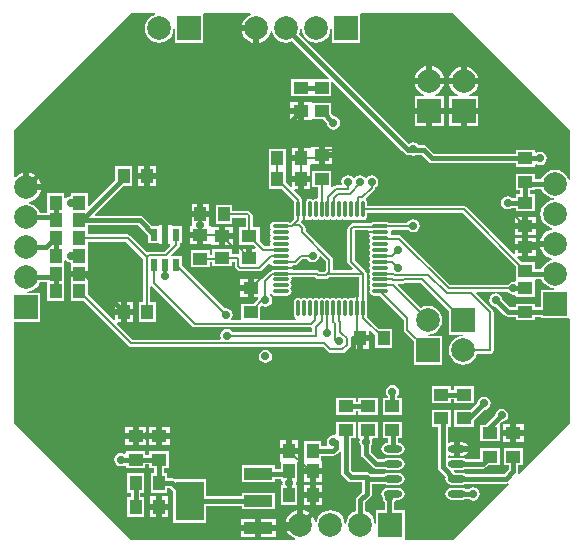
<source format=gtl>
G04 Layer_Physical_Order=1*
G04 Layer_Color=255*
%FSLAX25Y25*%
%MOIN*%
G70*
G01*
G75*
%ADD10R,0.04921X0.03937*%
%ADD11O,0.05512X0.01181*%
%ADD12O,0.01181X0.05512*%
%ADD13R,0.09449X0.12992*%
%ADD14R,0.09449X0.03937*%
%ADD15R,0.05118X0.04134*%
%ADD16R,0.03937X0.04921*%
%ADD17R,0.02362X0.04331*%
G04:AMPARAMS|DCode=18|XSize=61.02mil|YSize=23.62mil|CornerRadius=11.81mil|HoleSize=0mil|Usage=FLASHONLY|Rotation=180.000|XOffset=0mil|YOffset=0mil|HoleType=Round|Shape=RoundedRectangle|*
%AMROUNDEDRECTD18*
21,1,0.06102,0.00000,0,0,180.0*
21,1,0.03740,0.02362,0,0,180.0*
1,1,0.02362,-0.01870,0.00000*
1,1,0.02362,0.01870,0.00000*
1,1,0.02362,0.01870,0.00000*
1,1,0.02362,-0.01870,0.00000*
%
%ADD18ROUNDEDRECTD18*%
%ADD19C,0.00787*%
%ADD20C,0.01575*%
%ADD21C,0.01181*%
%ADD22R,0.07874X0.07874*%
%ADD23C,0.07874*%
%ADD24R,0.07874X0.07874*%
%ADD25C,0.02756*%
G36*
X167999Y92091D02*
Y87783D01*
X167999D01*
Y87414D01*
X167828Y86985D01*
X167613Y86809D01*
X167323Y86866D01*
X166473Y86697D01*
X165753Y86216D01*
X165517Y85863D01*
X146173D01*
X129982Y102054D01*
X129587Y102318D01*
X129121Y102411D01*
X126843D01*
X126535Y102911D01*
X126622Y103347D01*
X126572Y103598D01*
X126966Y104098D01*
X132184D01*
X132288Y103942D01*
X133009Y103460D01*
X133858Y103291D01*
X134708Y103460D01*
X135429Y103942D01*
X135910Y104662D01*
X136079Y105512D01*
X135910Y106362D01*
X135429Y107082D01*
X134708Y107563D01*
X133858Y107732D01*
X133009Y107563D01*
X132288Y107082D01*
X131921Y106532D01*
X125681D01*
X125543Y106625D01*
X125000Y106733D01*
X120669D01*
X120127Y106625D01*
X119712Y106348D01*
X113989D01*
X113523Y106255D01*
X113128Y105991D01*
X112328Y105191D01*
X112065Y104797D01*
X111972Y104331D01*
Y93504D01*
X112065Y93038D01*
X112328Y92643D01*
X113726Y91246D01*
X113534Y90784D01*
X107135D01*
Y94185D01*
X107043Y94651D01*
X106779Y95046D01*
X98055Y103770D01*
Y104657D01*
X97962Y105123D01*
X97698Y105518D01*
X96714Y106502D01*
X96487Y106654D01*
X96597Y106818D01*
X96619Y106929D01*
X96785Y107284D01*
X97189Y107287D01*
X97441Y107237D01*
X98062Y107360D01*
X98588Y107712D01*
X98598Y107728D01*
X98867Y107548D01*
X99410Y107440D01*
X99952Y107548D01*
X100394Y107843D01*
X100835Y107548D01*
X101378Y107440D01*
X101920Y107548D01*
X102362Y107843D01*
X102804Y107548D01*
X103347Y107440D01*
X103889Y107548D01*
X104331Y107843D01*
X104772Y107548D01*
X105315Y107440D01*
X105858Y107548D01*
X106299Y107843D01*
X106741Y107548D01*
X107283Y107440D01*
X107826Y107548D01*
X108268Y107843D01*
X108709Y107548D01*
X109252Y107440D01*
X109794Y107548D01*
X110236Y107843D01*
X110678Y107548D01*
X111221Y107440D01*
X111763Y107548D01*
X112205Y107843D01*
X112646Y107548D01*
X113189Y107440D01*
X113732Y107548D01*
X114173Y107843D01*
X114615Y107548D01*
X115157Y107440D01*
X115700Y107548D01*
X116142Y107843D01*
X116583Y107548D01*
X117126Y107440D01*
X117668Y107548D01*
X118129Y107856D01*
X118436Y108316D01*
X118544Y108858D01*
Y109807D01*
X150283D01*
X167999Y92091D01*
D02*
G37*
G36*
X104701Y93681D02*
Y90674D01*
X104208Y90181D01*
X102785D01*
X102539Y90428D01*
X102144Y90691D01*
X101678Y90784D01*
X93896D01*
X93501Y91284D01*
X93551Y91535D01*
X93501Y91787D01*
X93896Y92287D01*
X94488D01*
X94954Y92379D01*
X95349Y92643D01*
X96961Y94255D01*
X98588D01*
X98823Y93902D01*
X99544Y93421D01*
X100394Y93252D01*
X101243Y93421D01*
X101964Y93902D01*
X102445Y94623D01*
X102546Y95129D01*
X103088Y95293D01*
X104701Y93681D01*
D02*
G37*
G36*
X115909Y82085D02*
X115409Y81690D01*
X115157Y81740D01*
X114537Y81616D01*
X114011Y81265D01*
X114000Y81249D01*
X113732Y81428D01*
X113189Y81536D01*
X112646Y81428D01*
X112205Y81133D01*
X111763Y81428D01*
X111221Y81536D01*
X110678Y81428D01*
X110236Y81133D01*
X109794Y81428D01*
X109252Y81536D01*
X108709Y81428D01*
X108268Y81133D01*
X107826Y81428D01*
X107283Y81536D01*
X106741Y81428D01*
X106299Y81133D01*
X105858Y81428D01*
X105315Y81536D01*
X104772Y81428D01*
X104331Y81133D01*
X103889Y81428D01*
X103347Y81536D01*
X102804Y81428D01*
X102362Y81133D01*
X101920Y81428D01*
X101378Y81536D01*
X100835Y81428D01*
X100394Y81133D01*
X99952Y81428D01*
X99410Y81536D01*
X98867Y81428D01*
X98425Y81133D01*
X97983Y81428D01*
X97441Y81536D01*
X96898Y81428D01*
X96457Y81133D01*
X96015Y81428D01*
X95472Y81536D01*
X94930Y81428D01*
X94470Y81121D01*
X94163Y80661D01*
X94055Y80118D01*
Y75787D01*
X94163Y75245D01*
X94470Y74785D01*
X94819Y74552D01*
X94703Y74052D01*
X82985D01*
Y78311D01*
X83517Y78843D01*
X83796Y78657D01*
X84646Y78488D01*
X85496Y78657D01*
X86216Y79138D01*
X86697Y79859D01*
X86866Y80709D01*
X86697Y81559D01*
X86216Y82279D01*
X86014Y82414D01*
X86037Y82595D01*
X86557Y82718D01*
X86596Y82659D01*
X87056Y82351D01*
X87598Y82244D01*
X91929D01*
X92472Y82351D01*
X92932Y82659D01*
X93239Y83119D01*
X93347Y83661D01*
X93239Y84204D01*
X92944Y84646D01*
X93239Y85087D01*
X93347Y85630D01*
X93239Y86172D01*
X92944Y86614D01*
X93239Y87056D01*
X93347Y87598D01*
X93297Y87850D01*
X93655Y88350D01*
X101174D01*
X101421Y88103D01*
X101815Y87839D01*
X102281Y87747D01*
X104712D01*
X105178Y87839D01*
X105572Y88103D01*
X105819Y88350D01*
X115909D01*
Y82085D01*
D02*
G37*
G36*
X119083Y103527D02*
X119048Y103347D01*
X119171Y102726D01*
X119523Y102200D01*
X119539Y102189D01*
X119359Y101920D01*
X119252Y101378D01*
X119359Y100835D01*
X119655Y100394D01*
X119359Y99952D01*
X119252Y99410D01*
X119359Y98867D01*
X119655Y98425D01*
X119359Y97983D01*
X119252Y97441D01*
X119359Y96898D01*
X119655Y96457D01*
X119359Y96015D01*
X119252Y95472D01*
X119359Y94930D01*
X119655Y94488D01*
X119359Y94046D01*
X119252Y93504D01*
X119359Y92961D01*
X119655Y92520D01*
X119359Y92078D01*
X119252Y91535D01*
X119359Y90993D01*
X119655Y90551D01*
X119359Y90109D01*
X119252Y89567D01*
X119359Y89024D01*
X119655Y88583D01*
X119359Y88141D01*
X119252Y87598D01*
X119359Y87056D01*
X119655Y86614D01*
X119359Y86172D01*
X119252Y85630D01*
X119359Y85087D01*
X119655Y84646D01*
X119359Y84204D01*
X119252Y83661D01*
X119359Y83119D01*
X119667Y82659D01*
X120127Y82351D01*
X120669Y82244D01*
X122531D01*
X130673Y74102D01*
Y70866D01*
X130765Y70400D01*
X131029Y70006D01*
X134043Y66992D01*
Y59239D01*
X143517D01*
Y68713D01*
X138926D01*
X138893Y69213D01*
X140016Y69361D01*
X141168Y69839D01*
X142158Y70598D01*
X142917Y71587D01*
X143395Y72740D01*
X143557Y73976D01*
X143395Y75213D01*
X142917Y76365D01*
X142158Y77355D01*
X141168Y78114D01*
X140016Y78592D01*
X138779Y78754D01*
X137543Y78592D01*
X136391Y78114D01*
X136375Y78102D01*
X128780Y85697D01*
X128971Y86159D01*
X130660D01*
X131125Y86252D01*
X131319Y86381D01*
X136464D01*
X145853Y76992D01*
Y69239D01*
X150445D01*
X150477Y68739D01*
X149354Y68591D01*
X148202Y68114D01*
X147212Y67355D01*
X146453Y66365D01*
X145975Y65213D01*
X145813Y63976D01*
X145975Y62740D01*
X146453Y61587D01*
X147212Y60598D01*
X148202Y59839D01*
X149354Y59361D01*
X150591Y59198D01*
X151827Y59361D01*
X152980Y59839D01*
X153969Y60598D01*
X154728Y61587D01*
X155206Y62740D01*
X155208Y62759D01*
X159449D01*
X159915Y62852D01*
X160309Y63116D01*
X160573Y63511D01*
X160666Y63976D01*
Y76772D01*
X160573Y77237D01*
X160309Y77632D01*
X154975Y82967D01*
X155166Y83429D01*
X165517D01*
X165753Y83075D01*
X166473Y82594D01*
X167323Y82425D01*
X167613Y82483D01*
X167999Y82165D01*
Y81877D01*
X174521D01*
Y87414D01*
X174818Y87791D01*
X176646D01*
X176965Y87020D01*
X177724Y86031D01*
X178713Y85272D01*
X179866Y84794D01*
X180989Y84646D01*
X180956Y84146D01*
X176365D01*
Y78390D01*
X174521D01*
Y79540D01*
X167999D01*
Y78390D01*
X166025D01*
X163621Y80794D01*
X163469Y81559D01*
X162987Y82279D01*
X162267Y82760D01*
X161417Y82929D01*
X160567Y82760D01*
X159847Y82279D01*
X159366Y81559D01*
X159197Y80709D01*
X159366Y79859D01*
X159847Y79138D01*
X160567Y78657D01*
X161332Y78505D01*
X164210Y75627D01*
X164735Y75276D01*
X165354Y75153D01*
X167999D01*
Y74003D01*
X174521D01*
Y75153D01*
X176365D01*
Y74672D01*
X185705D01*
X185839Y74672D01*
X186205Y74348D01*
Y39703D01*
X169276Y22774D01*
X168844Y22996D01*
X168823Y23028D01*
X168941Y23622D01*
Y25775D01*
X170583D01*
Y31312D01*
X164062D01*
Y25775D01*
X165704D01*
Y24293D01*
X164152Y22740D01*
X151439D01*
X151068Y22988D01*
X150295Y23142D01*
X147909D01*
X147411Y23640D01*
X147602Y24102D01*
X150295D01*
X151068Y24256D01*
X151439Y24504D01*
X157028D01*
X157647Y24627D01*
X158172Y24978D01*
X158969Y25775D01*
X162709D01*
Y31312D01*
X156188D01*
Y27741D01*
X151439D01*
X151068Y27988D01*
X150295Y28142D01*
X146555D01*
X145905Y28013D01*
X145472Y28255D01*
X145466Y28750D01*
X145905Y29028D01*
X146555Y28898D01*
X147425D01*
Y31122D01*
Y33346D01*
X146555D01*
X145905Y33217D01*
X145405Y33532D01*
Y38570D01*
X146568D01*
Y44107D01*
X140047D01*
Y38570D01*
X142168D01*
Y24975D01*
X142291Y24356D01*
X142642Y23831D01*
X144671Y21802D01*
X144535Y21122D01*
X144689Y20349D01*
X145127Y19694D01*
X145782Y19256D01*
X146555Y19102D01*
X150295D01*
X151068Y19256D01*
X151439Y19504D01*
X164823D01*
X165417Y19622D01*
X165449Y19600D01*
X165671Y19169D01*
X147305Y803D01*
X131360D01*
X131036Y1168D01*
X131036Y1303D01*
Y10643D01*
X127603D01*
Y13266D01*
X128036Y13914D01*
X128073Y14102D01*
X129035D01*
X129808Y14256D01*
X130464Y14694D01*
X130902Y15349D01*
X131055Y16122D01*
X130902Y16895D01*
X130464Y17550D01*
X129808Y17988D01*
X129035Y18142D01*
X125295D01*
X124522Y17988D01*
X123867Y17550D01*
X123429Y16895D01*
X123275Y16122D01*
X123429Y15349D01*
X123776Y14829D01*
X123763Y14764D01*
X123932Y13914D01*
X124365Y13266D01*
Y10643D01*
X121562D01*
Y6052D01*
X121062Y6019D01*
X120914Y7142D01*
X120437Y8294D01*
X119678Y9284D01*
X118688Y10043D01*
X117918Y10362D01*
Y13267D01*
X119648Y14997D01*
X119999Y15522D01*
X120123Y16142D01*
Y19504D01*
X124152D01*
X124522Y19256D01*
X125295Y19102D01*
X129035D01*
X129808Y19256D01*
X130464Y19694D01*
X130902Y20349D01*
X131055Y21122D01*
X130902Y21895D01*
X130464Y22550D01*
X129808Y22988D01*
X129035Y23142D01*
X125295D01*
X124522Y22988D01*
X124152Y22740D01*
X119687D01*
X119648Y22798D01*
X119123Y23149D01*
X118504Y23272D01*
X113859D01*
X113036Y24096D01*
Y34633D01*
X114678D01*
Y40170D01*
X108157D01*
Y36021D01*
X107657Y35611D01*
X107283Y35685D01*
X106434Y35516D01*
X105713Y35035D01*
X105232Y34314D01*
X105063Y33465D01*
X105229Y32630D01*
X105242Y32541D01*
X104965Y32130D01*
X103162D01*
Y33772D01*
X97625D01*
Y27500D01*
X97425Y27083D01*
X97425Y26834D01*
Y24622D01*
X100394D01*
X103362D01*
Y26834D01*
X103362Y27083D01*
X103162Y27500D01*
Y28893D01*
X107283D01*
X107903Y29017D01*
X108428Y29367D01*
X109299Y30238D01*
X109746Y30095D01*
X109799Y30054D01*
Y23425D01*
X109922Y22806D01*
X110273Y22281D01*
X112045Y20509D01*
X112570Y20158D01*
X113189Y20035D01*
X116885D01*
Y16812D01*
X115155Y15081D01*
X114804Y14556D01*
X114681Y13937D01*
Y10362D01*
X113910Y10043D01*
X112921Y9284D01*
X112161Y8294D01*
X111684Y7142D01*
X111551Y6134D01*
X111047D01*
X110914Y7142D01*
X110437Y8294D01*
X109678Y9284D01*
X108688Y10043D01*
X107536Y10521D01*
X106299Y10683D01*
X105063Y10521D01*
X103910Y10043D01*
X102921Y9284D01*
X102161Y8294D01*
X101684Y7142D01*
X101652Y6900D01*
X101148D01*
X101109Y7194D01*
X100612Y8395D01*
X99820Y9427D01*
X98789Y10218D01*
X97588Y10715D01*
X97299Y10753D01*
Y5906D01*
X96299D01*
Y4905D01*
X91451D01*
X91489Y4617D01*
X91987Y3416D01*
X92778Y2384D01*
X93809Y1593D01*
X94510Y1303D01*
X94411Y803D01*
X39703D01*
X803Y39703D01*
Y73531D01*
X9658D01*
Y83005D01*
X5067D01*
X5034Y83505D01*
X6158Y83653D01*
X7310Y84130D01*
X8300Y84889D01*
X9059Y85879D01*
X9378Y86649D01*
X11995D01*
Y80401D01*
X17532D01*
Y86306D01*
Y92212D01*
Y93874D01*
X18032Y94026D01*
X18115Y93902D01*
X18835Y93421D01*
X19294Y93330D01*
X19669Y93028D01*
Y90567D01*
X22638D01*
X25606D01*
Y93028D01*
X25406D01*
Y98117D01*
Y100161D01*
X38167D01*
X43849Y94478D01*
Y80032D01*
X42507D01*
Y73511D01*
X48044D01*
Y80032D01*
X46283D01*
Y85147D01*
X46783Y85354D01*
X60163Y71974D01*
X60558Y71710D01*
X61024Y71618D01*
X99817D01*
X100161Y71336D01*
Y70115D01*
X73657D01*
X73421Y70468D01*
X72700Y70949D01*
X71850Y71118D01*
X71001Y70949D01*
X70280Y70468D01*
X69799Y69747D01*
X69630Y68898D01*
X69799Y68048D01*
X69841Y67984D01*
X69606Y67543D01*
X40477D01*
X35171Y72849D01*
X35363Y73311D01*
X36402D01*
Y75772D01*
X34433D01*
Y74241D01*
X33971Y74049D01*
X25406Y82614D01*
Y86106D01*
X25606D01*
Y88567D01*
X22638D01*
X19669D01*
Y86106D01*
X19869D01*
Y80401D01*
X24177D01*
X39113Y65465D01*
X39507Y65201D01*
X39973Y65109D01*
X103745D01*
X105357Y63497D01*
X105752Y63233D01*
X106218Y63140D01*
X110317D01*
X110783Y63233D01*
X111178Y63497D01*
X112673Y64992D01*
X112721Y64991D01*
X113173Y64835D01*
Y64453D01*
X115142D01*
Y67913D01*
X116142D01*
Y68913D01*
X119110D01*
Y70444D01*
X119572Y70636D01*
X121247Y68961D01*
Y64653D01*
X126784D01*
Y71174D01*
X122476D01*
X118424Y75227D01*
X118436Y75245D01*
X118544Y75787D01*
Y80118D01*
X118436Y80661D01*
X118343Y80800D01*
Y89567D01*
X118250Y90033D01*
X117987Y90428D01*
X114406Y94008D01*
Y103827D01*
X114493Y103914D01*
X118766D01*
X119083Y103527D01*
D02*
G37*
G36*
X186205Y137463D02*
Y120725D01*
X185717Y120646D01*
X185240Y121798D01*
X184481Y122788D01*
X183491Y123547D01*
X182339Y124024D01*
X181102Y124187D01*
X179866Y124024D01*
X178713Y123547D01*
X177724Y122788D01*
X176965Y121798D01*
X176646Y121028D01*
X174521D01*
Y122847D01*
X167999D01*
Y117310D01*
X169641D01*
Y115957D01*
X167999D01*
Y114807D01*
X166852D01*
X166204Y115241D01*
X165354Y115410D01*
X164505Y115241D01*
X163784Y114759D01*
X163303Y114039D01*
X163134Y113189D01*
X163303Y112339D01*
X163784Y111619D01*
X164505Y111137D01*
X165354Y110968D01*
X166204Y111137D01*
X166852Y111571D01*
X167999D01*
Y110421D01*
X174521D01*
Y115957D01*
X172878D01*
Y117310D01*
X174521D01*
Y117791D01*
X176646D01*
X176965Y117020D01*
X177724Y116031D01*
X178713Y115272D01*
X179866Y114794D01*
X180874Y114662D01*
Y114157D01*
X179866Y114024D01*
X178713Y113547D01*
X177724Y112788D01*
X176965Y111798D01*
X176487Y110646D01*
X176324Y109409D01*
X176487Y108173D01*
X176965Y107020D01*
X177724Y106031D01*
X178713Y105272D01*
X179866Y104794D01*
X180108Y104762D01*
Y104258D01*
X179814Y104219D01*
X178613Y103722D01*
X177581Y102931D01*
X176790Y101899D01*
X176292Y100698D01*
X176254Y100409D01*
X181102D01*
Y98409D01*
X176254D01*
X176292Y98121D01*
X176790Y96920D01*
X177581Y95888D01*
X178613Y95097D01*
X179814Y94599D01*
X180108Y94561D01*
Y94056D01*
X179866Y94024D01*
X178713Y93547D01*
X177724Y92788D01*
X176965Y91798D01*
X176646Y91028D01*
X174521D01*
Y93320D01*
X170213D01*
X168537Y94995D01*
X168729Y95457D01*
X170260D01*
Y97425D01*
X167799D01*
Y96386D01*
X167337Y96195D01*
X151648Y111884D01*
X151253Y112148D01*
X150787Y112241D01*
X118544D01*
Y113189D01*
X118436Y113732D01*
X118129Y114191D01*
X118106Y114417D01*
X120939Y117249D01*
X121203Y117644D01*
X121296Y118110D01*
Y118272D01*
X121649Y118508D01*
X122130Y119229D01*
X122299Y120079D01*
X122130Y120928D01*
X121649Y121649D01*
X120928Y122130D01*
X120079Y122299D01*
X119229Y122130D01*
X118508Y121649D01*
X118360Y121427D01*
X117860D01*
X117712Y121649D01*
X116991Y122130D01*
X116142Y122299D01*
X115292Y122130D01*
X114571Y121649D01*
X114423Y121427D01*
X113923D01*
X113775Y121649D01*
X113055Y122130D01*
X112205Y122299D01*
X111355Y122130D01*
X110635Y121649D01*
X110153Y120929D01*
X109984Y120079D01*
X110110Y119446D01*
X109786Y118946D01*
X108187D01*
X107721Y118854D01*
X107326Y118590D01*
X107107Y118371D01*
X106607Y118578D01*
Y123831D01*
X100086D01*
Y118295D01*
X102129D01*
Y114915D01*
X101629Y114557D01*
X101378Y114607D01*
X100835Y114499D01*
X100394Y114204D01*
X99952Y114499D01*
X99410Y114607D01*
X98867Y114499D01*
X98598Y114320D01*
X98588Y114336D01*
X98441Y114434D01*
Y114215D01*
X98407Y114192D01*
X98099Y113732D01*
X97991Y113189D01*
Y111024D01*
X96890D01*
Y113189D01*
X96782Y113732D01*
X96690Y113871D01*
Y114173D01*
X96597Y114639D01*
X96597Y114639D01*
X96333Y115034D01*
X94226Y117140D01*
X94418Y117602D01*
X95457D01*
Y120063D01*
X93488D01*
Y118532D01*
X93026Y118341D01*
X91351Y120016D01*
Y124324D01*
X91351D01*
Y124692D01*
X91351D01*
Y131213D01*
X85814D01*
Y124692D01*
X85814D01*
Y124324D01*
X85814D01*
Y117802D01*
X90122D01*
X94175Y113750D01*
X94163Y113732D01*
X94055Y113189D01*
Y108858D01*
X94163Y108316D01*
X94255Y108177D01*
Y107788D01*
X93000Y106532D01*
X92611D01*
X92472Y106625D01*
X91929Y106733D01*
X87598D01*
X87056Y106625D01*
X86596Y106317D01*
X86289Y105858D01*
X86181Y105315D01*
X86289Y104772D01*
X86584Y104331D01*
X86289Y103889D01*
X86181Y103347D01*
X86289Y102804D01*
X86584Y102362D01*
X86289Y101920D01*
X86181Y101378D01*
X86289Y100835D01*
X86584Y100394D01*
X86289Y99952D01*
X86181Y99410D01*
X86231Y99158D01*
X85873Y98658D01*
X84461D01*
X82690Y100429D01*
Y104934D01*
X80548D01*
Y108661D01*
X80455Y109127D01*
X80191Y109522D01*
X79601Y110113D01*
X79206Y110376D01*
X78740Y110469D01*
X73635D01*
Y112513D01*
X68098D01*
Y105991D01*
X73635D01*
Y108035D01*
X78114D01*
Y104934D01*
X75972D01*
Y99200D01*
X80476D01*
X81364Y98312D01*
X81173Y97850D01*
X80331D01*
Y94784D01*
X78331D01*
Y97850D01*
X75772D01*
Y96258D01*
X75458Y96001D01*
X73635D01*
Y97650D01*
X66917D01*
Y95705D01*
X66253D01*
Y97257D01*
X59732D01*
Y91720D01*
X66253D01*
Y93271D01*
X66917D01*
Y91917D01*
X73635D01*
Y93566D01*
X74361D01*
Y92222D01*
X74454Y91756D01*
X74717Y91361D01*
X75417Y90662D01*
X75811Y90398D01*
X76277Y90306D01*
X82589D01*
X83055Y90398D01*
X83450Y90662D01*
X85566Y92778D01*
X86148Y92654D01*
X86194Y92535D01*
X86573D01*
X86596Y92501D01*
X87056Y92194D01*
X87598Y92086D01*
X89764D01*
Y90985D01*
X87598D01*
X87056Y90877D01*
X86596Y90570D01*
X86579Y90544D01*
X86535Y90535D01*
X86354D01*
X86379Y90497D01*
X85999Y90243D01*
X83785Y88030D01*
X83627Y87793D01*
X83185Y87614D01*
X83185Y87614D01*
X83185Y87614D01*
X80724D01*
Y84646D01*
Y81677D01*
X82118D01*
X82213Y81596D01*
X82291Y81059D01*
X80772Y79540D01*
X76464D01*
Y74052D01*
X73518D01*
X73251Y74552D01*
X73508Y74938D01*
X73677Y75787D01*
X73508Y76637D01*
X73027Y77358D01*
X72307Y77839D01*
X71457Y78008D01*
X71040Y77925D01*
X56902Y92063D01*
Y95288D01*
X53371D01*
X53180Y95750D01*
X55782Y98352D01*
X56046Y98747D01*
X56138Y99213D01*
Y99594D01*
X56902D01*
Y105524D01*
X53362D01*
Y105724D01*
X52181D01*
Y102559D01*
Y99394D01*
X52674D01*
X52881Y98894D01*
X50886Y96899D01*
X45765D01*
X45300Y96806D01*
X45098Y96672D01*
X39531Y102239D01*
X39137Y102502D01*
X38671Y102595D01*
X25406D01*
Y105665D01*
X42046D01*
X45460Y102251D01*
Y99594D01*
X49000D01*
Y99394D01*
X50181D01*
Y102559D01*
Y105724D01*
X49000D01*
Y105524D01*
X46764D01*
X43861Y108428D01*
X43336Y108779D01*
X42717Y108902D01*
X27967D01*
X27776Y109364D01*
X37198Y118787D01*
X40170D01*
Y125308D01*
X34633D01*
Y120799D01*
X25868Y112034D01*
X25406Y112226D01*
Y116450D01*
X19869D01*
Y115561D01*
X19685Y115410D01*
X18835Y115241D01*
X18115Y114759D01*
X18032Y114636D01*
X17532Y114787D01*
Y116450D01*
X11995D01*
Y109886D01*
X9378D01*
X9059Y110657D01*
X8300Y111646D01*
X7310Y112406D01*
X6158Y112883D01*
X5916Y112915D01*
Y113419D01*
X6210Y113458D01*
X7411Y113955D01*
X8442Y114747D01*
X9234Y115778D01*
X9731Y116979D01*
X9769Y117268D01*
X4921D01*
Y118268D01*
X3921D01*
Y123116D01*
X3632Y123078D01*
X2431Y122580D01*
X1400Y121789D01*
X1276Y121627D01*
X803Y121788D01*
Y137463D01*
X39703Y176363D01*
X47897D01*
X47976Y175875D01*
X46824Y175398D01*
X45834Y174638D01*
X45075Y173649D01*
X44598Y172496D01*
X44435Y171260D01*
X44598Y170023D01*
X45075Y168871D01*
X45834Y167881D01*
X46824Y167122D01*
X47976Y166645D01*
X49213Y166482D01*
X50449Y166645D01*
X51601Y167122D01*
X52591Y167881D01*
X53350Y168871D01*
X53828Y170023D01*
X53976Y171147D01*
X54476Y171114D01*
Y166523D01*
X63950D01*
Y175863D01*
X63950Y175997D01*
X64274Y176363D01*
X79647D01*
X79746Y175863D01*
X79046Y175572D01*
X78014Y174781D01*
X77223Y173750D01*
X76726Y172549D01*
X76688Y172260D01*
X81535D01*
Y171260D01*
X82535D01*
Y166412D01*
X82824Y166450D01*
X84025Y166947D01*
X85057Y167739D01*
X85848Y168770D01*
X86345Y169971D01*
X86384Y170265D01*
X86888D01*
X86920Y170023D01*
X87398Y168871D01*
X88157Y167881D01*
X89147Y167122D01*
X90299Y166645D01*
X91535Y166482D01*
X92772Y166645D01*
X93542Y166964D01*
X105701Y154805D01*
X105510Y154343D01*
X100086D01*
Y154343D01*
X99717D01*
Y154343D01*
X93196D01*
Y148806D01*
X99717D01*
Y148806D01*
X100086D01*
Y148806D01*
X106607D01*
Y153246D01*
X107069Y153437D01*
X130942Y129564D01*
X131467Y129213D01*
X132087Y129090D01*
X132949D01*
X133009Y129051D01*
X133858Y128882D01*
X134708Y129051D01*
X134767Y129090D01*
X136731D01*
X139013Y126808D01*
X139538Y126458D01*
X140157Y126334D01*
X167999D01*
Y125184D01*
X174521D01*
Y125842D01*
X175021Y126109D01*
X175331Y125901D01*
X176181Y125732D01*
X177031Y125901D01*
X177751Y126383D01*
X178233Y127103D01*
X178402Y127953D01*
X178233Y128803D01*
X177751Y129523D01*
X177031Y130004D01*
X176181Y130173D01*
X175331Y130004D01*
X175021Y129797D01*
X174521Y130064D01*
Y130721D01*
X167999D01*
Y129571D01*
X140828D01*
X138546Y131853D01*
X138021Y132204D01*
X137402Y132327D01*
X135659D01*
X135429Y132673D01*
X134708Y133154D01*
X133858Y133323D01*
X133009Y133154D01*
X132362Y132722D01*
X95831Y169253D01*
X96150Y170023D01*
X96283Y171032D01*
X96788D01*
X96920Y170023D01*
X97398Y168871D01*
X98157Y167881D01*
X99146Y167122D01*
X100299Y166645D01*
X101535Y166482D01*
X102772Y166645D01*
X103924Y167122D01*
X104914Y167881D01*
X105673Y168871D01*
X106150Y170023D01*
X106298Y171147D01*
X106798Y171114D01*
Y166523D01*
X116272D01*
Y175863D01*
X116272Y175997D01*
X116597Y176363D01*
X147305D01*
X186205Y137463D01*
D02*
G37*
%LPC*%
G36*
X44799Y38402D02*
X42339D01*
Y36433D01*
X44799D01*
Y38402D01*
D02*
G37*
G36*
X166323Y35417D02*
X163862D01*
Y33449D01*
X166323D01*
Y35417D01*
D02*
G37*
G36*
X40339Y38402D02*
X37878D01*
Y36433D01*
X40339D01*
Y38402D01*
D02*
G37*
G36*
X170783Y35417D02*
X168323D01*
Y33449D01*
X170783D01*
Y35417D01*
D02*
G37*
G36*
X40339Y34433D02*
X37878D01*
Y32465D01*
X40339D01*
Y34433D01*
D02*
G37*
G36*
X150295Y33346D02*
X149425D01*
Y32122D01*
X152250D01*
X151868Y32695D01*
X151146Y33177D01*
X150295Y33346D01*
D02*
G37*
G36*
X44799Y34433D02*
X42339D01*
Y32465D01*
X44799D01*
Y34433D01*
D02*
G37*
G36*
X52673D02*
X50213D01*
Y32465D01*
X52673D01*
Y34433D01*
D02*
G37*
G36*
X48213D02*
X45752D01*
Y32465D01*
X48213D01*
Y34433D01*
D02*
G37*
G36*
X126969Y52417D02*
X126119Y52248D01*
X125398Y51767D01*
X124917Y51047D01*
X124748Y50197D01*
X124917Y49347D01*
X125350Y48699D01*
Y48044D01*
X123708D01*
Y42507D01*
X130229D01*
Y48044D01*
X128587D01*
Y48699D01*
X129020Y49347D01*
X129189Y50197D01*
X129020Y51047D01*
X128539Y51767D01*
X127818Y52248D01*
X126969Y52417D01*
D02*
G37*
G36*
X163386Y44543D02*
X162536Y44374D01*
X161816Y43893D01*
X161334Y43173D01*
X161182Y42408D01*
X158304Y39530D01*
X158074Y39186D01*
X156188D01*
Y33649D01*
X162709D01*
Y39186D01*
X162709Y39186D01*
X162709D01*
X162939Y39587D01*
X163471Y40119D01*
X164236Y40271D01*
X164956Y40753D01*
X165437Y41473D01*
X165606Y42323D01*
X165437Y43173D01*
X164956Y43893D01*
X164236Y44374D01*
X163386Y44543D01*
D02*
G37*
G36*
X122158Y48044D02*
X115637D01*
Y46894D01*
X114678D01*
Y48044D01*
X108157D01*
Y42507D01*
X114678D01*
Y43657D01*
X115637D01*
Y42507D01*
X122158D01*
Y48044D01*
D02*
G37*
G36*
X84646Y64228D02*
X83796Y64060D01*
X83075Y63578D01*
X82594Y62858D01*
X82425Y62008D01*
X82594Y61158D01*
X83075Y60438D01*
X83796Y59956D01*
X84646Y59787D01*
X85496Y59956D01*
X86216Y60438D01*
X86697Y61158D01*
X86866Y62008D01*
X86697Y62858D01*
X86216Y63578D01*
X85496Y64060D01*
X84646Y64228D01*
D02*
G37*
G36*
X154048Y51981D02*
X147527D01*
Y50831D01*
X146568D01*
Y51981D01*
X140047D01*
Y46444D01*
X146568D01*
Y47594D01*
X147527D01*
Y46444D01*
X154048D01*
Y51981D01*
D02*
G37*
G36*
X52673Y38402D02*
X50213D01*
Y36433D01*
X52673D01*
Y38402D01*
D02*
G37*
G36*
X48213D02*
X45752D01*
Y36433D01*
X48213D01*
Y38402D01*
D02*
G37*
G36*
X166323Y39386D02*
X163862D01*
Y37417D01*
X166323D01*
Y39386D01*
D02*
G37*
G36*
X157480Y48480D02*
X156631Y48311D01*
X155910Y47830D01*
X155429Y47110D01*
X155277Y46345D01*
X153039Y44107D01*
X147527D01*
Y38570D01*
X154048D01*
Y40539D01*
X157565Y44056D01*
X158330Y44208D01*
X159051Y44690D01*
X159532Y45410D01*
X159701Y46260D01*
X159532Y47110D01*
X159051Y47830D01*
X158330Y48311D01*
X157480Y48480D01*
D02*
G37*
G36*
X170783Y39386D02*
X168323D01*
Y37417D01*
X170783D01*
Y39386D01*
D02*
G37*
G36*
X95488Y33972D02*
X93520D01*
Y31512D01*
X95488D01*
Y33972D01*
D02*
G37*
G36*
X44107Y22946D02*
X38570D01*
Y16424D01*
X39720D01*
Y15072D01*
X38570D01*
Y8550D01*
X44107D01*
Y15072D01*
X42957D01*
Y16424D01*
X44107D01*
Y22946D01*
D02*
G37*
G36*
X52181Y10811D02*
X50213D01*
Y8350D01*
X52181D01*
Y10811D01*
D02*
G37*
G36*
X99394Y14748D02*
X97425D01*
Y12287D01*
X99394D01*
Y14748D01*
D02*
G37*
G36*
X48213Y15272D02*
X46244D01*
Y12811D01*
X48213D01*
Y15272D01*
D02*
G37*
G36*
X103362Y14748D02*
X101394D01*
Y12287D01*
X103362D01*
Y14748D01*
D02*
G37*
G36*
X48213Y10811D02*
X46244D01*
Y8350D01*
X48213D01*
Y10811D01*
D02*
G37*
G36*
X88008Y3724D02*
X83284D01*
Y1756D01*
X88008D01*
Y3724D01*
D02*
G37*
G36*
X81283D02*
X76559D01*
Y1756D01*
X81283D01*
Y3724D01*
D02*
G37*
G36*
Y7693D02*
X76559D01*
Y5724D01*
X81283D01*
Y7693D01*
D02*
G37*
G36*
X95299Y10753D02*
X95010Y10715D01*
X93809Y10218D01*
X92778Y9427D01*
X91987Y8395D01*
X91489Y7194D01*
X91451Y6905D01*
X95299D01*
Y10753D01*
D02*
G37*
G36*
X88008Y7693D02*
X83284D01*
Y5724D01*
X88008D01*
Y7693D01*
D02*
G37*
G36*
X52181Y15272D02*
X50213D01*
Y12811D01*
X52181D01*
Y15272D01*
D02*
G37*
G36*
X152250Y30122D02*
X149425D01*
Y28898D01*
X150295D01*
X151146Y29068D01*
X151868Y29550D01*
X152250Y30122D01*
D02*
G37*
G36*
X95488Y29512D02*
X92520D01*
X89551D01*
Y27300D01*
X89551Y27051D01*
X89751Y26634D01*
Y24453D01*
X87808D01*
Y25603D01*
X76759D01*
Y20066D01*
X87808D01*
Y21216D01*
X89751D01*
Y20361D01*
X90039D01*
X90357Y19975D01*
X90299Y19685D01*
X90357Y19395D01*
X90039Y19009D01*
X89751D01*
Y12487D01*
X95288D01*
Y19009D01*
X95000D01*
X94683Y19395D01*
X94740Y19685D01*
X94683Y19975D01*
X95000Y20361D01*
X95288D01*
Y26634D01*
X95488Y27051D01*
X95488Y27300D01*
Y29512D01*
D02*
G37*
G36*
X130229Y40170D02*
X123708D01*
Y34633D01*
X125547D01*
Y33142D01*
X125295D01*
X124522Y32988D01*
X123867Y32550D01*
X123429Y31895D01*
X123275Y31122D01*
X123429Y30349D01*
X123867Y29694D01*
X124522Y29256D01*
X125295Y29102D01*
X129035D01*
X129808Y29256D01*
X130464Y29694D01*
X130902Y30349D01*
X131055Y31122D01*
X130902Y31895D01*
X130464Y32550D01*
X129808Y32988D01*
X129035Y33142D01*
X128784D01*
Y34633D01*
X130229D01*
Y40170D01*
D02*
G37*
G36*
X91520Y33972D02*
X89551D01*
Y31512D01*
X91520D01*
Y33972D01*
D02*
G37*
G36*
X52473Y30328D02*
X45952D01*
Y29178D01*
X44599D01*
Y30328D01*
X38078D01*
Y29670D01*
X37578Y29403D01*
X37267Y29611D01*
X36417Y29780D01*
X35568Y29611D01*
X34847Y29129D01*
X34366Y28409D01*
X34197Y27559D01*
X34366Y26709D01*
X34847Y25989D01*
X35568Y25508D01*
X36417Y25338D01*
X37267Y25508D01*
X37578Y25715D01*
X38078Y25448D01*
Y24791D01*
X44599D01*
Y25941D01*
X45952D01*
Y24791D01*
X47594D01*
Y22946D01*
X46444D01*
Y16424D01*
X51981D01*
Y18067D01*
X52873D01*
X53924Y17015D01*
Y6483D01*
X64973D01*
Y12161D01*
X76759D01*
Y11011D01*
X87808D01*
Y16548D01*
X76759D01*
Y15398D01*
X64973D01*
Y21076D01*
X54319D01*
X54163Y21180D01*
X53543Y21304D01*
X51981D01*
Y22946D01*
X50831D01*
Y24791D01*
X52473D01*
Y30328D01*
D02*
G37*
G36*
X122158Y40170D02*
X115637D01*
Y34633D01*
X115716D01*
X116023Y34133D01*
X115890Y33465D01*
X116059Y32615D01*
X116492Y31967D01*
Y29528D01*
X116615Y28908D01*
X116966Y28383D01*
X120371Y24978D01*
X120896Y24627D01*
X121516Y24504D01*
X124152D01*
X124522Y24256D01*
X125295Y24102D01*
X129035D01*
X129808Y24256D01*
X130464Y24694D01*
X130902Y25349D01*
X131055Y26122D01*
X130902Y26895D01*
X130464Y27550D01*
X129808Y27988D01*
X129035Y28142D01*
X125295D01*
X124522Y27988D01*
X124152Y27741D01*
X122186D01*
X119729Y30198D01*
Y31967D01*
X120162Y32615D01*
X120331Y33465D01*
X120198Y34133D01*
X120504Y34633D01*
X122158D01*
Y40170D01*
D02*
G37*
G36*
X103362Y19209D02*
X101394D01*
Y16748D01*
X103362D01*
Y19209D01*
D02*
G37*
G36*
X99394D02*
X97425D01*
Y16748D01*
X99394D01*
Y19209D01*
D02*
G37*
G36*
X153917Y18343D02*
X153068Y18174D01*
X152419Y17740D01*
X151439D01*
X151068Y17988D01*
X150295Y18142D01*
X146555D01*
X145782Y17988D01*
X145127Y17550D01*
X144689Y16895D01*
X144535Y16122D01*
X144689Y15349D01*
X145127Y14694D01*
X145782Y14256D01*
X146555Y14102D01*
X150295D01*
X151068Y14256D01*
X151439Y14504D01*
X152419D01*
X153068Y14071D01*
X153917Y13901D01*
X154767Y14071D01*
X155488Y14552D01*
X155969Y15272D01*
X156138Y16122D01*
X155969Y16972D01*
X155488Y17692D01*
X154767Y18174D01*
X153917Y18343D01*
D02*
G37*
G36*
X103362Y22622D02*
X101394D01*
Y20161D01*
X103362D01*
Y22622D01*
D02*
G37*
G36*
X99394D02*
X97425D01*
Y20161D01*
X99394D01*
Y22622D01*
D02*
G37*
G36*
X40370Y75772D02*
X38402D01*
Y73311D01*
X40370D01*
Y75772D01*
D02*
G37*
G36*
X119110Y66913D02*
X117142D01*
Y64453D01*
X119110D01*
Y66913D01*
D02*
G37*
G36*
X36402Y80232D02*
X34433D01*
Y77772D01*
X36402D01*
Y80232D01*
D02*
G37*
G36*
X40370D02*
X38402D01*
Y77772D01*
X40370D01*
Y80232D01*
D02*
G37*
G36*
X106807Y131905D02*
X104346D01*
Y129937D01*
X106807D01*
Y131905D01*
D02*
G37*
G36*
X95457Y131413D02*
X93488D01*
Y128953D01*
X95457D01*
Y131413D01*
D02*
G37*
G36*
X99917Y146669D02*
X99669Y146669D01*
X97457D01*
Y143701D01*
Y140732D01*
X99669D01*
X99917Y140732D01*
X100335Y140932D01*
X103826D01*
X105080Y139679D01*
X105232Y138914D01*
X105713Y138194D01*
X106434Y137712D01*
X107283Y137543D01*
X108133Y137712D01*
X108854Y138194D01*
X109335Y138914D01*
X109504Y139764D01*
X109335Y140614D01*
X108854Y141334D01*
X108133Y141815D01*
X107369Y141967D01*
X106607Y142729D01*
Y146469D01*
X100335D01*
X99917Y146669D01*
D02*
G37*
G36*
X155626Y142642D02*
X151689D01*
Y138705D01*
X155626D01*
Y142642D01*
D02*
G37*
G36*
X149689D02*
X145752D01*
Y138705D01*
X149689D01*
Y142642D01*
D02*
G37*
G36*
X102346Y131905D02*
X99886D01*
Y131508D01*
X99425Y131413D01*
X99386Y131413D01*
X97457D01*
Y127953D01*
X96457D01*
Y126953D01*
X93488D01*
Y124492D01*
Y122063D01*
X96457D01*
X99425D01*
Y124492D01*
Y125873D01*
X99886Y125969D01*
X99925Y125969D01*
X102346D01*
Y128937D01*
Y131905D01*
D02*
G37*
G36*
X5921Y123116D02*
Y119268D01*
X9769D01*
X9731Y119556D01*
X9234Y120757D01*
X8442Y121789D01*
X7411Y122580D01*
X6210Y123078D01*
X5921Y123116D01*
D02*
G37*
G36*
X44276Y125508D02*
X42307D01*
Y123047D01*
X44276D01*
Y125508D01*
D02*
G37*
G36*
X106807Y127937D02*
X104346D01*
Y125969D01*
X106807D01*
Y127937D01*
D02*
G37*
G36*
X48244Y125508D02*
X46276D01*
Y123047D01*
X48244D01*
Y125508D01*
D02*
G37*
G36*
X138272Y142799D02*
X134335D01*
Y138862D01*
X138272D01*
Y142799D01*
D02*
G37*
G36*
X151689Y158490D02*
Y154642D01*
X155537D01*
X155499Y154930D01*
X155001Y156131D01*
X154210Y157163D01*
X153179Y157954D01*
X151978Y158452D01*
X151689Y158490D01*
D02*
G37*
G36*
X149689Y158490D02*
X149400Y158452D01*
X148199Y157954D01*
X147168Y157163D01*
X146377Y156131D01*
X145879Y154930D01*
X145841Y154642D01*
X149689D01*
Y158490D01*
D02*
G37*
G36*
X138272Y158647D02*
X137983Y158609D01*
X136782Y158112D01*
X135750Y157320D01*
X134959Y156289D01*
X134462Y155088D01*
X134424Y154799D01*
X138272D01*
Y158647D01*
D02*
G37*
G36*
X80535Y170260D02*
X76688D01*
X76726Y169971D01*
X77223Y168770D01*
X78014Y167739D01*
X79046Y166947D01*
X80247Y166450D01*
X80535Y166412D01*
Y170260D01*
D02*
G37*
G36*
X140272Y158647D02*
Y154799D01*
X144120D01*
X144082Y155088D01*
X143584Y156289D01*
X142793Y157320D01*
X141762Y158112D01*
X140560Y158609D01*
X140272Y158647D01*
D02*
G37*
G36*
X95457Y142701D02*
X92996D01*
Y140732D01*
X95457D01*
Y142701D01*
D02*
G37*
G36*
X144209Y142799D02*
X140272D01*
Y138862D01*
X144209D01*
Y142799D01*
D02*
G37*
G36*
X150689Y153642D02*
D01*
Y152642D01*
X145841D01*
X145879Y152353D01*
X146377Y151152D01*
X147168Y150121D01*
X148199Y149329D01*
X148804Y149079D01*
X148705Y148579D01*
X145752D01*
Y144642D01*
X150689D01*
X155626D01*
Y148579D01*
X152673D01*
X152574Y149079D01*
X153179Y149329D01*
X154210Y150121D01*
X155001Y151152D01*
X155499Y152353D01*
X155537Y152642D01*
X150689D01*
Y153642D01*
D02*
G37*
G36*
X144120Y152799D02*
X139272D01*
X134424D01*
X134462Y152510D01*
X134959Y151309D01*
X135750Y150278D01*
X136782Y149487D01*
X137387Y149236D01*
X137287Y148736D01*
X134335D01*
Y144799D01*
X139272D01*
X144209D01*
Y148736D01*
X141256D01*
X141157Y149236D01*
X141762Y149487D01*
X142793Y150278D01*
X143584Y151309D01*
X144082Y152510D01*
X144120Y152799D01*
D02*
G37*
G36*
X95457Y146669D02*
X92996D01*
Y144701D01*
X95457D01*
Y146669D01*
D02*
G37*
G36*
X48244Y121047D02*
X46276D01*
Y118587D01*
X48244D01*
Y121047D01*
D02*
G37*
G36*
X174721Y97425D02*
X172260D01*
Y95457D01*
X174721D01*
Y97425D01*
D02*
G37*
G36*
X78724Y87614D02*
X76264D01*
Y85646D01*
X78724D01*
Y87614D01*
D02*
G37*
G36*
X65961Y108252D02*
X62992D01*
X60024D01*
Y105831D01*
X60024Y105791D01*
X59929Y105331D01*
X59531D01*
Y103362D01*
X62992D01*
Y102362D01*
X63992D01*
Y99394D01*
X66216D01*
X66453Y99394D01*
X66716Y99003D01*
Y99000D01*
X69276D01*
Y102067D01*
Y105134D01*
X66871Y105134D01*
X66453Y105331D01*
X66298Y105331D01*
X66056D01*
X65961Y105791D01*
X65961Y105831D01*
Y108252D01*
D02*
G37*
G36*
X61992Y101362D02*
X59531D01*
Y99394D01*
X61992D01*
Y101362D01*
D02*
G37*
G36*
X73835Y101067D02*
X71276D01*
Y99000D01*
X73835D01*
Y101067D01*
D02*
G37*
G36*
X78724Y83646D02*
X76264D01*
Y81677D01*
X78724D01*
Y83646D01*
D02*
G37*
G36*
X170260Y101394D02*
X167799D01*
Y99425D01*
X170260D01*
Y101394D01*
D02*
G37*
G36*
X61992Y112713D02*
X60024D01*
Y110252D01*
X61992D01*
Y112713D01*
D02*
G37*
G36*
X174721Y108283D02*
X172260D01*
Y106315D01*
X174721D01*
Y108283D01*
D02*
G37*
G36*
X65961Y112713D02*
X63992D01*
Y110252D01*
X65961D01*
Y112713D01*
D02*
G37*
G36*
X44276Y121047D02*
X42307D01*
Y118587D01*
X44276D01*
Y121047D01*
D02*
G37*
G36*
X99425Y120063D02*
X97457D01*
Y117602D01*
X99425D01*
Y120063D01*
D02*
G37*
G36*
X170260Y104315D02*
X167799D01*
Y102347D01*
X170260D01*
Y104315D01*
D02*
G37*
G36*
X174721Y101394D02*
X172260D01*
Y99425D01*
X174721D01*
Y101394D01*
D02*
G37*
G36*
Y104315D02*
X172260D01*
Y102347D01*
X174721D01*
Y104315D01*
D02*
G37*
G36*
X170260Y108283D02*
X167799D01*
Y106315D01*
X170260D01*
Y108283D01*
D02*
G37*
G36*
X71276Y105134D02*
Y103067D01*
X73835D01*
Y105134D01*
X71276D01*
D02*
G37*
%LPD*%
D10*
X150787Y49213D02*
D03*
Y41339D02*
D03*
X143307D02*
D03*
Y49213D02*
D03*
X103347Y143701D02*
D03*
Y151575D02*
D03*
X96457D02*
D03*
Y143701D02*
D03*
X62992Y102362D02*
D03*
Y94488D02*
D03*
X79724Y84646D02*
D03*
Y76772D02*
D03*
X103347Y128937D02*
D03*
Y121063D02*
D03*
X49213Y35433D02*
D03*
Y27559D02*
D03*
X41339Y35433D02*
D03*
Y27559D02*
D03*
X159449Y28543D02*
D03*
Y36417D02*
D03*
X111417Y45276D02*
D03*
Y37402D02*
D03*
X118898D02*
D03*
Y45276D02*
D03*
X126969Y37402D02*
D03*
Y45276D02*
D03*
X167323Y28543D02*
D03*
Y36417D02*
D03*
X171260Y76772D02*
D03*
Y84646D02*
D03*
Y98425D02*
D03*
Y90551D02*
D03*
Y127953D02*
D03*
Y120079D02*
D03*
Y105315D02*
D03*
Y113189D02*
D03*
D11*
X89764Y105315D02*
D03*
Y103347D02*
D03*
Y101378D02*
D03*
Y99410D02*
D03*
Y97441D02*
D03*
Y95472D02*
D03*
Y93504D02*
D03*
Y91535D02*
D03*
Y89567D02*
D03*
Y87598D02*
D03*
Y85630D02*
D03*
Y83661D02*
D03*
X122835D02*
D03*
Y85630D02*
D03*
Y87598D02*
D03*
Y89567D02*
D03*
Y91535D02*
D03*
Y93504D02*
D03*
Y95472D02*
D03*
Y97441D02*
D03*
Y99410D02*
D03*
Y101378D02*
D03*
Y103347D02*
D03*
Y105315D02*
D03*
D12*
X95472Y77953D02*
D03*
X97441D02*
D03*
X99410D02*
D03*
X101378D02*
D03*
X103347D02*
D03*
X105315D02*
D03*
X107283D02*
D03*
X109252D02*
D03*
X111221D02*
D03*
X113189D02*
D03*
X115157D02*
D03*
X117126D02*
D03*
Y111024D02*
D03*
X115157D02*
D03*
X113189D02*
D03*
X111221D02*
D03*
X109252D02*
D03*
X107283D02*
D03*
X105315D02*
D03*
X103347D02*
D03*
X101378D02*
D03*
X99410D02*
D03*
X97441D02*
D03*
X95472D02*
D03*
D13*
X59449Y13780D02*
D03*
D14*
X82284Y22835D02*
D03*
Y13780D02*
D03*
Y4724D02*
D03*
D15*
X70276Y94784D02*
D03*
Y102067D02*
D03*
X79331D02*
D03*
Y94784D02*
D03*
D16*
X70866Y109252D02*
D03*
X62992D02*
D03*
X22638Y107283D02*
D03*
X14764D02*
D03*
Y83661D02*
D03*
X22638D02*
D03*
Y89567D02*
D03*
X14764D02*
D03*
X22638Y95472D02*
D03*
X14764D02*
D03*
X22638Y101378D02*
D03*
X14764D02*
D03*
Y113189D02*
D03*
X22638D02*
D03*
X45276Y122047D02*
D03*
X37402D02*
D03*
Y76772D02*
D03*
X45276D02*
D03*
X116142Y67913D02*
D03*
X124016D02*
D03*
X96457Y121063D02*
D03*
X88583D02*
D03*
X96457Y127953D02*
D03*
X88583D02*
D03*
X92520Y30512D02*
D03*
X100394D02*
D03*
Y23622D02*
D03*
X92520D02*
D03*
X100394Y15748D02*
D03*
X92520D02*
D03*
X49213Y19685D02*
D03*
X41339D02*
D03*
Y11811D02*
D03*
X49213D02*
D03*
D17*
X54921Y102559D02*
D03*
X51181D02*
D03*
X47441D02*
D03*
Y92323D02*
D03*
X51181D02*
D03*
X54921D02*
D03*
D18*
X148425Y16122D02*
D03*
Y21122D02*
D03*
Y26122D02*
D03*
Y31122D02*
D03*
X127165D02*
D03*
Y26122D02*
D03*
Y21122D02*
D03*
Y16122D02*
D03*
D19*
X155170Y119737D02*
X164289Y110617D01*
X148935Y125972D02*
X155170Y119737D01*
Y124358D01*
X75394Y98721D02*
X79331Y94784D01*
X73622Y98721D02*
X75394D01*
X70276Y102067D02*
X73622Y98721D01*
X69980Y102362D02*
X70276Y102067D01*
X62992Y102362D02*
X69980D01*
X133661Y105315D02*
X133858Y105512D01*
X122835Y105315D02*
X133661D01*
X123879Y136115D02*
X134022Y125972D01*
X118938Y136115D02*
X123879D01*
X134022Y125972D02*
X148935D01*
X116942Y114973D02*
X120079Y118110D01*
Y120079D01*
X115550Y114973D02*
X116942D01*
X115342Y114765D02*
X115550Y114973D01*
X115342Y111208D02*
Y114765D01*
X115157Y111024D02*
X115342Y111208D01*
X150591Y63976D02*
X159449D01*
Y76772D01*
X153162Y83058D02*
X159449Y76772D01*
X145012Y83058D02*
X153162D01*
X138884Y89186D02*
X145012Y83058D01*
X130224Y89186D02*
X138884D01*
X130002Y88964D02*
X130224Y89186D01*
X127872Y88964D02*
X130002D01*
X127269Y89567D02*
X127872Y88964D01*
X122835Y89567D02*
X127269D01*
X130882Y87598D02*
X136969D01*
X130660Y87376D02*
X130882Y87598D01*
X127214Y87376D02*
X130660D01*
X126992Y87598D02*
X127214Y87376D01*
X122835Y87598D02*
X126992D01*
X145669Y84646D02*
X167323D01*
X136969Y87598D02*
X150591Y73976D01*
X127126Y85630D02*
X138779Y73976D01*
X122835Y85630D02*
X127126D01*
X131890Y70866D02*
X138779Y63976D01*
X131890Y70866D02*
Y74606D01*
X122835Y83661D02*
X131890Y74606D01*
X107468Y114765D02*
X108844Y116142D01*
X112678D01*
X108187Y117729D02*
X112021D01*
X105499Y115042D02*
X108187Y117729D01*
X112205Y117913D02*
Y120079D01*
X112021Y117729D02*
X112205Y117913D01*
X103347Y111024D02*
Y121063D01*
X107468Y111208D02*
Y114765D01*
X112678Y116142D02*
X116142Y119606D01*
Y120079D01*
X105499Y111208D02*
Y115042D01*
X105315Y111024D02*
X105499Y111208D01*
X107283Y111024D02*
X107468Y111208D01*
X113728Y130905D02*
X118938Y136115D01*
X105315Y130905D02*
X113728D01*
X103347Y128937D02*
X105315Y130905D01*
X79724Y76772D02*
X84646Y81693D01*
X153169Y31122D02*
X154528Y32480D01*
X167323D01*
Y36417D01*
X45066Y76772D02*
Y94983D01*
X22638Y101378D02*
X38671D01*
X45066Y94983D01*
X22638Y89567D02*
X24606D01*
X45066Y76772D02*
X45276D01*
X45066Y94983D02*
X45765Y95682D01*
X51390D01*
X22638Y83661D02*
X39973Y66326D01*
X165957Y110617D02*
X171260Y105315D01*
X164289Y110617D02*
X165957D01*
X106218Y64358D02*
X110317D01*
X104249Y66326D02*
X106218Y64358D01*
X39973Y66326D02*
X104249D01*
X115157Y68898D02*
Y77953D01*
Y68898D02*
X116142Y67913D01*
X110317Y69501D02*
X111824Y67994D01*
Y65864D02*
Y67994D01*
X110317Y64358D02*
X111824Y65864D01*
X108567Y66929D02*
X109252D01*
Y73795D02*
X109474Y73573D01*
Y70128D02*
Y73573D01*
Y70128D02*
X110101Y69501D01*
X110317D01*
X107283Y73519D02*
X107887Y72916D01*
Y67532D02*
Y72916D01*
X105315Y69882D02*
Y77953D01*
X126969Y93504D02*
X128937Y91535D01*
X122835Y93504D02*
X126969D01*
X129121Y101194D02*
X145669Y84646D01*
X123019Y101194D02*
X129121D01*
X126969Y95472D02*
X128937Y97441D01*
X122835Y95472D02*
X126969D01*
X117126Y111024D02*
X150787D01*
X171260Y90551D01*
X113189Y93504D02*
Y104331D01*
X117126Y101378D02*
X119095Y103347D01*
X122835Y101378D02*
X123019Y101194D01*
X96457Y95472D02*
X100394D01*
X94488Y93504D02*
X96457Y95472D01*
X89764Y93504D02*
X94488D01*
X96838Y103266D02*
X105918Y94185D01*
Y90170D02*
Y94185D01*
X89764Y91535D02*
X103347D01*
X105315Y89567D02*
X105918Y90170D01*
X102281Y88964D02*
X104712D01*
X105315Y89567D01*
X101678D02*
X102281Y88964D01*
X89764Y89567D02*
X101678D01*
X105315D02*
X117126D01*
X102362Y127953D02*
X103347Y128937D01*
X96457Y127953D02*
X102362D01*
X107887Y67532D02*
X107925Y67571D01*
X108567Y66929D01*
X107283Y73519D02*
Y77953D01*
X109252Y73795D02*
Y77953D01*
X101378Y68898D02*
Y71850D01*
X103347Y73819D01*
Y77953D01*
X61024Y72835D02*
X99817D01*
X71850Y68898D02*
X101378D01*
X54921Y92323D02*
X71457Y75787D01*
X47441Y86417D02*
X61024Y72835D01*
X99817D02*
X101194Y74211D01*
X47441Y86417D02*
Y92323D01*
X101194Y74211D02*
Y77768D01*
X101378Y77953D01*
X62992Y105807D02*
Y109252D01*
Y102362D02*
Y105807D01*
X69980Y94488D02*
X70276Y94784D01*
X62992Y94488D02*
X69980D01*
X79331Y102067D02*
Y108661D01*
X78740Y109252D02*
X79331Y108661D01*
X70866Y109252D02*
X78740D01*
X62992Y102362D02*
X62992Y102362D01*
X89579Y95288D02*
X89764Y95472D01*
X86355Y95288D02*
X89579D01*
X82589Y91523D02*
X86355Y95288D01*
X76277Y91523D02*
X82589D01*
X75578Y92222D02*
X76277Y91523D01*
X75578Y92222D02*
Y94664D01*
X75458Y94784D02*
X75578Y94664D01*
X70276Y94784D02*
X75458D01*
X83957Y97441D02*
X89764D01*
X79331Y102067D02*
X83957Y97441D01*
X88583Y121063D02*
X95472Y114173D01*
X88583Y121063D02*
Y127953D01*
X97257Y111208D02*
X97441Y111024D01*
X97257Y111208D02*
Y120263D01*
X96457Y121063D02*
X97257Y120263D01*
X96457Y121063D02*
Y127953D01*
X117126Y74803D02*
X124016Y67913D01*
X117126Y74803D02*
Y77953D01*
X84646Y81693D02*
Y87169D01*
X86859Y89383D01*
X89579D01*
X89764Y89567D01*
X86614Y91535D02*
X89764D01*
X79724Y84646D02*
X86614Y91535D01*
X95472Y111024D02*
Y114173D01*
X93831Y105642D02*
X95472Y107283D01*
X93504Y105315D02*
X93831Y105642D01*
X95854D01*
X96838Y104657D01*
Y103266D02*
Y104657D01*
X97441Y106299D02*
X99409Y104331D01*
X97441Y106299D02*
Y111024D01*
X113189Y84646D02*
X115157Y82677D01*
X113989Y105131D02*
X122650D01*
X113189Y104331D02*
X113989Y105131D01*
X113189Y93504D02*
X117126Y89567D01*
X119095Y103347D02*
X122835D01*
X115157Y77953D02*
Y82677D01*
X117126Y77953D02*
Y89567D01*
X122650Y105131D02*
X122835Y105315D01*
X89764D02*
X93504D01*
X95472Y107283D02*
Y111024D01*
X54921Y99213D02*
Y102559D01*
X51390Y95682D02*
X54921Y99213D01*
X99409Y23622D02*
X100394D01*
X92520Y30512D02*
X99409Y23622D01*
D20*
X132087Y130709D02*
X137402D01*
X140157Y127953D02*
X171260D01*
X137402Y130709D02*
X140157Y127953D01*
X91535Y171260D02*
X132087Y130709D01*
X118504Y21122D02*
X127165D01*
X118504Y16142D02*
Y21122D01*
X113189Y21654D02*
X118504D01*
X116299Y13937D02*
X118504Y16142D01*
X152559Y41339D02*
X157480Y46260D01*
X150787Y41339D02*
X152559D01*
X143307Y49213D02*
X150787D01*
X111417Y23425D02*
X113189Y21654D01*
X111417Y23425D02*
Y37402D01*
Y45276D02*
X118898D01*
X118110Y33465D02*
Y36614D01*
Y29528D02*
Y33465D01*
Y36614D02*
X118898Y37402D01*
X89653Y59732D02*
X94266Y64345D01*
X89653Y46587D02*
Y59732D01*
Y46587D02*
X92520Y43720D01*
Y30512D02*
Y43720D01*
X113805Y67913D02*
X116142D01*
X113805Y65043D02*
Y67913D01*
X111138Y62376D02*
X113805Y65043D01*
X105397Y62376D02*
X111138D01*
X103429Y64345D02*
X105397Y62376D01*
X94266Y64345D02*
X103429D01*
X107283Y139764D02*
Y139764D01*
X103347Y143701D02*
X107283Y139764D01*
X91535Y138779D02*
X96457Y133858D01*
X81535Y148779D02*
X91535Y138779D01*
X96457Y143701D01*
Y151575D02*
X104331D01*
X24606Y89567D02*
X37402Y76772D01*
X49213Y20669D02*
X50197Y19685D01*
X108268Y31496D02*
Y33465D01*
X143787Y24975D02*
Y41339D01*
X148425Y31122D02*
X153169D01*
X143787Y24975D02*
X147640Y21122D01*
X148425D01*
X164823D01*
X148425Y26122D02*
X157028D01*
X127165Y31122D02*
Y37205D01*
X121516Y26122D02*
X127165D01*
X148425Y16122D02*
X153917D01*
X116299Y5906D02*
Y13937D01*
X118110Y29528D02*
X121516Y26122D01*
X36417Y27559D02*
X41339D01*
X45276Y35433D02*
X49213D01*
X41339D02*
X45276D01*
X49213Y6890D02*
Y11811D01*
X41339D02*
Y19685D01*
X50197D02*
X53543D01*
X49213Y20669D02*
Y27559D01*
X41339D02*
X49213D01*
X53543Y19685D02*
X59449Y13780D01*
X45276Y112205D02*
X51181Y106299D01*
X45276Y112205D02*
Y122047D01*
Y127953D01*
X41339Y131890D02*
X45276Y127953D01*
X18543Y131890D02*
X41339D01*
X4921Y118268D02*
X18543Y131890D01*
X54134Y109252D02*
X62992D01*
X51181Y106299D02*
X54134Y109252D01*
X23406Y107283D02*
X42717D01*
X22638D02*
X23406D01*
X42717D02*
X47441Y102559D01*
X37402Y121279D02*
Y122047D01*
X23406Y107283D02*
X37402Y121279D01*
X14764Y107283D02*
Y113189D01*
X13780Y108268D02*
X14764Y107283D01*
X4921Y108268D02*
X13780D01*
X4921Y98268D02*
X11654D01*
X14764Y101378D01*
Y95472D02*
Y101378D01*
X13465Y88268D02*
X14764Y89567D01*
X4921Y88268D02*
X13465D01*
X107283Y30512D02*
X108268Y31496D01*
X100394Y30512D02*
X107283D01*
X171260Y127953D02*
X176181D01*
X161417Y80709D02*
X165354Y76772D01*
X171260D01*
X59449Y13780D02*
X82284D01*
X96457Y127953D02*
Y133858D01*
X81535Y148779D02*
Y171260D01*
X178465Y76772D02*
X181102Y79409D01*
X171260Y76772D02*
X178465D01*
X165354Y113189D02*
X171260D01*
X159449Y38386D02*
X163386Y42323D01*
X159449Y36417D02*
Y38386D01*
X126969Y45276D02*
Y49213D01*
X19685Y95472D02*
X22638D01*
X19685Y113189D02*
X22638D01*
X51181Y102559D02*
Y106299D01*
X14764Y83661D02*
Y89567D01*
X167323Y84646D02*
X171260D01*
Y90551D02*
X172402Y89410D01*
X181102D01*
X171260Y98425D02*
X172244Y99410D01*
X181102D01*
Y79409D02*
X182087Y78425D01*
X171260Y98425D02*
Y105315D01*
Y113189D02*
Y120079D01*
X171929Y119409D01*
X181102D01*
X100394Y15748D02*
X100394Y15748D01*
X100394Y15748D02*
Y23622D01*
X126969Y37402D02*
X127165Y37205D01*
X157028Y26122D02*
X159449Y28543D01*
X167323Y23622D02*
Y28543D01*
X164823Y21122D02*
X167323Y23622D01*
X125984Y14941D02*
X127165Y16122D01*
X125984Y14764D02*
Y14941D01*
Y6221D02*
Y14764D01*
Y6221D02*
X126299Y5906D01*
X92520Y19685D02*
Y23622D01*
Y15748D02*
Y19685D01*
X82284Y4724D02*
X95118D01*
X100394Y10000D02*
Y15748D01*
X96299Y5906D02*
X100394Y10000D01*
X91732Y22835D02*
X92520Y23622D01*
X82284Y22835D02*
X91732D01*
X92520Y23622D02*
X92520Y23622D01*
X95118Y4724D02*
X96299Y5906D01*
D21*
X105315Y23622D02*
X106299Y24606D01*
X100394Y23622D02*
X105315D01*
X51181Y88583D02*
Y92323D01*
D22*
X150689Y143642D02*
D03*
X139272Y143799D02*
D03*
X4921Y78268D02*
D03*
X181102Y79409D02*
D03*
X150591Y73976D02*
D03*
X138779Y63976D02*
D03*
D23*
X150689Y153642D02*
D03*
X139272Y153799D02*
D03*
X4921Y98268D02*
D03*
Y88268D02*
D03*
Y108268D02*
D03*
Y118268D02*
D03*
X181102Y99410D02*
D03*
Y89410D02*
D03*
Y109409D02*
D03*
Y119409D02*
D03*
X150591Y63976D02*
D03*
X138779Y73976D02*
D03*
X49213Y171260D02*
D03*
X91535D02*
D03*
X101535D02*
D03*
X81535D02*
D03*
X106299Y5906D02*
D03*
X116299D02*
D03*
X96299D02*
D03*
D24*
X59213Y171260D02*
D03*
X111535D02*
D03*
X126299Y5906D02*
D03*
D25*
X169291Y147638D02*
D03*
X175197Y135827D02*
D03*
Y64960D02*
D03*
X169291Y53149D02*
D03*
X175197Y41339D02*
D03*
X157480Y147638D02*
D03*
X163386Y135827D02*
D03*
X157480Y100394D02*
D03*
X163386Y64960D02*
D03*
X157480Y53149D02*
D03*
X151575Y135827D02*
D03*
X145669Y124016D02*
D03*
Y100394D02*
D03*
X151575Y88583D02*
D03*
X145669Y5905D02*
D03*
X139764Y135827D02*
D03*
X133858Y100394D02*
D03*
Y53149D02*
D03*
Y29528D02*
D03*
X139764Y17717D02*
D03*
X133858Y5905D02*
D03*
X127953Y159449D02*
D03*
X122047Y124016D02*
D03*
Y76772D02*
D03*
X116142Y159449D02*
D03*
X110236Y147638D02*
D03*
X116142Y135827D02*
D03*
X110236Y100394D02*
D03*
Y53149D02*
D03*
X98425D02*
D03*
X104331Y41339D02*
D03*
X92520Y159449D02*
D03*
X86614Y147638D02*
D03*
X92520Y112205D02*
D03*
X86614Y53149D02*
D03*
X92520Y41339D02*
D03*
X86614Y29528D02*
D03*
X80709Y159449D02*
D03*
X74803Y124016D02*
D03*
X80709Y112205D02*
D03*
X74803Y53149D02*
D03*
X80709Y41339D02*
D03*
X74803Y29528D02*
D03*
Y5905D02*
D03*
X62992Y147638D02*
D03*
X68898Y135827D02*
D03*
X62992Y124016D02*
D03*
Y53149D02*
D03*
X68898Y41339D02*
D03*
X62992Y29528D02*
D03*
X68898Y17717D02*
D03*
X51181Y147638D02*
D03*
X57086Y135827D02*
D03*
X51181Y124016D02*
D03*
X57086Y112205D02*
D03*
X51181Y76772D02*
D03*
Y53149D02*
D03*
X57086Y41339D02*
D03*
X45276Y159449D02*
D03*
X39370Y147638D02*
D03*
X45276Y135827D02*
D03*
X39370Y53149D02*
D03*
X45276Y41339D02*
D03*
X39370Y5905D02*
D03*
X33465Y159449D02*
D03*
X27559Y147638D02*
D03*
X33465Y135827D02*
D03*
X27559Y124016D02*
D03*
X33465Y112205D02*
D03*
Y88583D02*
D03*
X27559Y53149D02*
D03*
X33465Y41339D02*
D03*
X27559Y29528D02*
D03*
X33465Y17717D02*
D03*
X15748Y147638D02*
D03*
X21654Y135827D02*
D03*
X15748Y124016D02*
D03*
Y76772D02*
D03*
Y53149D02*
D03*
Y29528D02*
D03*
X9843Y135827D02*
D03*
Y112205D02*
D03*
Y64960D02*
D03*
X3937Y53149D02*
D03*
X9843Y41339D02*
D03*
X155170Y124358D02*
D03*
X133858Y131102D02*
D03*
Y105512D02*
D03*
X107283Y139764D02*
D03*
X120079Y120079D02*
D03*
X112205Y120079D02*
D03*
X116142D02*
D03*
X106299Y24606D02*
D03*
X36417Y27559D02*
D03*
X45276Y35433D02*
D03*
X49213Y6890D02*
D03*
X45276Y112205D02*
D03*
X29528Y84646D02*
D03*
X176181Y127953D02*
D03*
X161417Y80709D02*
D03*
X84646Y62008D02*
D03*
X109252Y66929D02*
D03*
X105315Y69882D02*
D03*
X128937Y91535D02*
D03*
Y97441D02*
D03*
X117126Y101378D02*
D03*
X165354Y113189D02*
D03*
X100394Y95472D02*
D03*
X103347Y91535D02*
D03*
X163386Y42323D02*
D03*
X126969Y50197D02*
D03*
X71850Y68898D02*
D03*
X71457Y75787D02*
D03*
X84646Y80709D02*
D03*
X62992Y105807D02*
D03*
X113189Y84646D02*
D03*
X99409Y104331D02*
D03*
X51181Y88583D02*
D03*
X19685Y95472D02*
D03*
Y113189D02*
D03*
X167323Y84646D02*
D03*
X118110Y33465D02*
D03*
X107283D02*
D03*
X157480Y46260D02*
D03*
X153169Y31122D02*
D03*
X125984Y14764D02*
D03*
X153917Y16122D02*
D03*
X92520Y19685D02*
D03*
M02*

</source>
